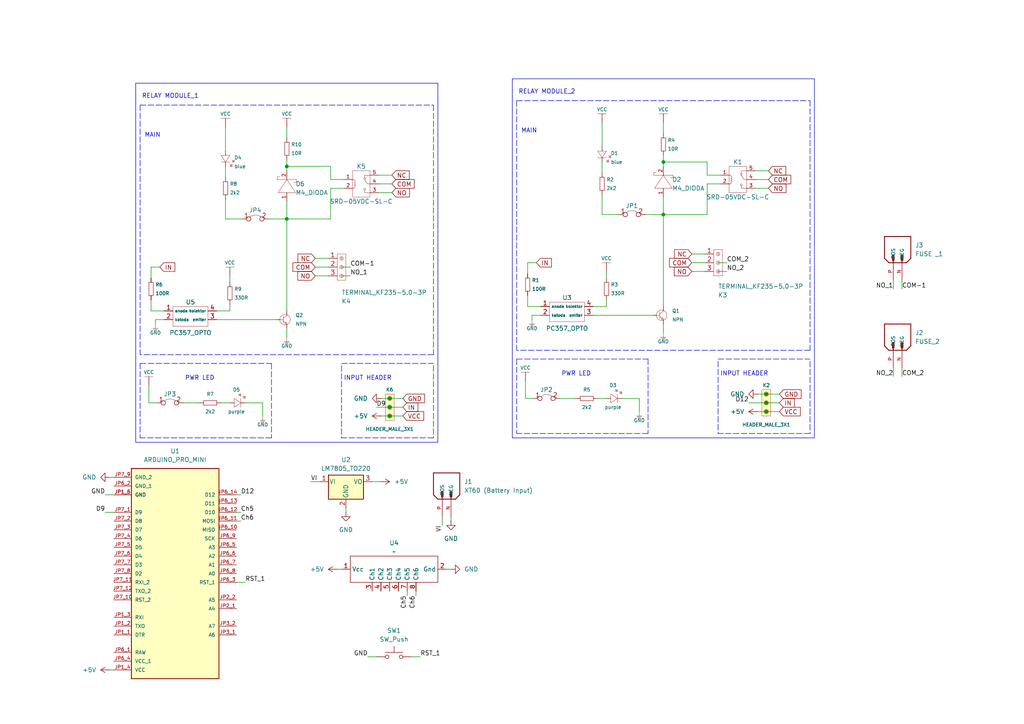
<source format=kicad_sch>
(kicad_sch (version 20250114) (generator "eeschema") (generator_version "9.0")
  (paper "A4")
  (title_block (title "final_Schematic_(IGS)") (date "2025-06-23") (rev "v1"))
  (lib_symbols
    (symbol "6ch_receiver:Gen_6ch_Receiver"
      (property "Reference" "U" (at 0 16.002 0))
      (symbol "Gen_6ch_Receiver_0_1"
        (rectangle (start -3.81 12.7) (end 3.81 -12.7))
        (rectangle (start 0 8.89) (end 0 8.89))
      )
      (symbol "Gen_6ch_Receiver_1_1"
        (pin power_in line (at 0 15.24 270) (length 2.54) (name "Gnd") (number "2"))
        (pin power_in line (at 0 -15.24 90) (length 2.54) (name "Vcc") (number "1"))
        (pin output line (at 6.35 6.35 180) (length 2.54) (name "Ch6") (number "8"))
        (pin output line (at 6.35 3.81 180) (length 2.54) (name "Ch5") (number "7"))
        (pin output line (at 6.35 1.27 180) (length 2.54) (name "Ch4") (number "6"))
        (pin output line (at 6.35 -1.27 180) (length 2.54) (name "Ch3") (number "5"))
        (pin output line (at 6.35 -3.81 180) (length 2.54) (name "Ch2") (number "4"))
        (pin output line (at 6.35 -6.35 180) (length 2.54) (name "Ch1") (number "3"))
      )
    )
    (symbol "ARDUINO_PRO_MINI:ARDUINO_PRO_MINI" (pin_names (offset 1.016))
      (property "Reference" "U1" (at 0 -35.56 0))
      (property "Value" "ARDUINO_PRO_MINI" (at 0 -33.02 0))
      (symbol "ARDUINO_PRO_MINI_0_0"
        (rectangle (start -12.7 -30.48) (end 12.7 30.48) (stroke (width 0.254)) (fill (type background)))
        (pin input line (at -17.78 17.78 0) (length 5.08) (name "A6") (number "JP3_1"))
        (pin input line (at -17.78 15.24 0) (length 5.08) (name "A7") (number "JP3_2"))
        (pin bidirectional line (at -17.78 10.16 0) (length 5.08) (name "A4") (number "JP2_1"))
        (pin bidirectional line (at -17.78 7.62 0) (length 5.08) (name "A5") (number "JP2_2"))
        (pin input line (at -17.78 2.54 0) (length 5.08) (name "RST_1") (number "JP6_3"))
        (pin bidirectional line (at -17.78 0 0) (length 5.08) (name "A0") (number "JP6_8"))
        (pin bidirectional line (at -17.78 -2.54 0) (length 5.08) (name "A1") (number "JP6_7"))
        (pin bidirectional line (at -17.78 -5.08 0) (length 5.08) (name "A2") (number "JP6_6"))
        (pin bidirectional line (at -17.78 -7.62 0) (length 5.08) (name "A3") (number "JP6_5"))
        (pin bidirectional line (at -17.78 -10.16 0) (length 5.08) (name "SCK") (number "JP6_9"))
        (pin bidirectional line (at -17.78 -12.7 0) (length 5.08) (name "MISO") (number "JP6_10"))
        (pin bidirectional line (at -17.78 -15.24 0) (length 5.08) (name "MOSI") (number "JP6_11"))
        (pin bidirectional line (at -17.78 -17.78 0) (length 5.08) (name "D10") (number "JP6_12"))
        (pin power_in line (at 17.78 27.94 180) (length 5.08) (name "VCC") (number "JP1_4"))
        (pin power_in line (at 17.78 25.4 180) (length 5.08) (name "VCC_1") (number "JP6_4"))
        (pin power_in line (at 17.78 22.86 180) (length 5.08) (name "RAW") (number "JP6_1"))
        (pin input line (at 17.78 17.78 180) (length 5.08) (name "DTR") (number "JP1_1"))
        (pin bidirectional line (at 17.78 15.24 180) (length 5.08) (name "TXO") (number "JP1_2"))
        (pin bidirectional line (at 17.78 12.7 180) (length 5.08) (name "RXI") (number "JP1_3"))
        (pin input line (at 17.78 7.62 180) (length 5.08) (name "RST_2") (number "JP7_10"))
        (pin bidirectional line (at 17.78 5.08 180) (length 5.08) (name "TXO_2") (number "JP7_12"))
        (pin bidirectional line (at 17.78 2.54 180) (length 5.08) (name "RXI_2") (number "JP7_11"))
        (pin bidirectional line (at 17.78 0 180) (length 5.08) (name "D2") (number "JP7_8"))
        (pin bidirectional line (at 17.78 -2.54 180) (length 5.08) (name "D3") (number "JP7_7"))
        (pin bidirectional line (at 17.78 -5.08 180) (length 5.08) (name "D4") (number "JP7_6"))
        (pin bidirectional line (at 17.78 -7.62 180) (length 5.08) (name "D5") (number "JP7_5"))
        (pin bidirectional line (at 17.78 -10.16 180) (length 5.08) (name "D6") (number "JP7_4"))
        (pin bidirectional line (at 17.78 -12.7 180) (length 5.08) (name "D7") (number "JP7_3"))
        (pin bidirectional line (at 17.78 -15.24 180) (length 5.08) (name "D8") (number "JP7_2"))
        (pin bidirectional line (at 17.78 -17.78 180) (length 5.08) (name "D9") (number "JP7_1"))
        (pin power_in line (at 17.78 -22.86 180) (length 5.08) (name "GND") (number "JP1_5"))
        (pin power_in line (at 17.78 -22.86 180) (length 5.08) (name "GND") (number "JP1_6"))
        (pin power_in line (at 17.78 -25.4 180) (length 5.08) (name "GND_1") (number "JP6_2"))
        (pin power_in line (at 17.78 -27.94 180) (length 5.08) (name "GND_2") (number "JP7_9"))
      )
      (symbol "ARDUINO_PRO_MINI_1_0"
        (pin bidirectional line (at -17.78 -20.32 0) (length 5.08) (name "D11") (number "JP6_13"))
        (pin bidirectional line (at -17.78 -22.86 0) (length 5.08) (name "D12") (number "JP6_14"))
      )
    )
    (symbol "Regulator_Linear:LM7805_TO220" (pin_names (offset 0.254))
      (property "Reference" "U" (at -3.81 3.175 0))
      (property "Value" "LM7805_TO220" (at 0 3.175 0))
      (symbol "LM7805_TO220_0_1"
        (rectangle (start -5.08 1.905) (end 5.08 -5.08) (stroke (width 0.254)) (fill (type background)))
      )
      (symbol "LM7805_TO220_1_1"
        (pin power_in line (at -7.62 0 0) (length 2.54) (name "VI") (number "1"))
        (pin power_in line (at 0 -7.62 90) (length 2.54) (name "GND") (number "2"))
        (pin power_out line (at 7.62 0 180) (length 2.54) (name "VO") (number "3"))
      )
    )
    (symbol "Switch:SW_Push" (pin_numbers (hide yes)) (pin_names (offset 1.016) (hide yes))
      (property "Reference" "SW" (at 1.27 2.54 0))
      (property "Value" "SW_Push" (at 0 -1.524 0))
      (symbol "SW_Push_0_1"
        (circle (center -2.032 0) (radius 0.508))
        (polyline (pts (xy 0 1.27) (xy 0 3.048)))
        (circle (center 2.032 0) (radius 0.508))
        (polyline (pts (xy 2.54 1.27) (xy -2.54 1.27)))
        (pin passive line (at -5.08 0 0) (length 2.54) (name "1") (number "1"))
        (pin passive line (at 5.08 0 180) (length 2.54) (name "2") (number "2"))
      )
    )
    (symbol "XT60-M:XT60-M" (pin_names (offset 1.016))
      (property "Reference" "J" (at 0 6.35 0))
      (property "Value" "XT60-M" (at 0 -5.08 0))
      (symbol "XT60-M_0_0"
        (polyline (pts (xy 0 3.81) (xy 0 2.54)) (stroke (width 0.254)))
        (polyline (pts (xy 0 3.81) (xy 1.27 5.08)) (stroke (width 0.254)))
        (polyline (pts (xy 0 2.54) (xy 0 -1.27)) (stroke (width 0.254)))
        (polyline (pts (xy 0 2.54) (xy 1.905 2.54)) (stroke (width 0.254)))
        (polyline (pts (xy 0 0) (xy 1.905 0)) (stroke (width 0.254)))
        (polyline (pts (xy 0 -1.27) (xy 1.27 -2.54)) (stroke (width 0.254)))
        (rectangle (start 0.635 2.2225) (end 2.2225 2.8575) (stroke (width 0.1)) (fill (type outline)))
        (rectangle (start 0.635 -0.3175) (end 2.2225 0.3175) (stroke (width 0.1)) (fill (type outline)))
        (polyline (pts (xy 1.27 -2.54) (xy 7.62 -2.54)) (stroke (width 0.254)))
        (polyline (pts (xy 7.62 5.08) (xy 1.27 5.08)) (stroke (width 0.254)))
        (polyline (pts (xy 7.62 -2.54) (xy 7.62 5.08)) (stroke (width 0.254)))
        (pin passive line (at -5.08 2.54 0) (length 5.08) (name "POS") (number "P"))
        (pin passive line (at -5.08 0 0) (length 5.08) (name "NEG") (number "N"))
      )
    )
    (symbol "e-radionica.com schematics:0402LED" (pin_numbers (hide yes)) (pin_names (offset 0.254) (hide yes))
      (property "Reference" "D" (at -0.635 2.54 0))
      (property "Value" "0402LED" (at 0 -2.54 0))
      (symbol "0402LED_0_1"
        (polyline (pts (xy -0.635 1.27) (xy 1.27 0)) (stroke (width 0.0006)))
        (polyline (pts (xy -0.635 1.27) (xy -0.635 -1.27) (xy 1.27 0)) (stroke (width 0.0006)))
        (polyline (pts (xy 0.635 1.905) (xy 1.27 2.54)) (stroke (width 0.0006)))
        (polyline (pts (xy 1.27 2.54) (xy 0.635 2.54) (xy 1.27 1.905) (xy 1.27 2.54)) (stroke (width 0.0006)))
        (polyline (pts (xy 1.27 1.27) (xy 1.27 -1.27)) (stroke (width 0.0006)))
        (polyline (pts (xy 1.905 1.27) (xy 2.54 1.905)) (stroke (width 0.0006)))
        (polyline (pts (xy 2.54 1.905) (xy 1.905 1.905) (xy 2.54 1.27) (xy 2.54 1.905)) (stroke (width 0.0006)))
      )
      (symbol "0402LED_1_1"
        (pin passive line (at -1.905 0 0) (length 1.27) (name "A") (number "1"))
        (pin passive line (at 2.54 0 180) (length 1.27) (name "K") (number "2"))
      )
    )
    (symbol "e-radionica.com schematics:0402R" (pin_numbers (hide yes)) (pin_names (offset 0.254))
      (property "Reference" "R" (at -1.905 1.27 0))
      (property "Value" "0402R" (at 0 -1.27 0))
      (symbol "0402R_0_1"
        (rectangle (start -1.905 0.635) (end -1.8796 -0.635) (stroke (width 0.1)))
        (rectangle (start -1.905 0.635) (end 1.905 0.6096) (stroke (width 0.1)))
        (rectangle (start -1.905 -0.635) (end 1.905 -0.6604) (stroke (width 0.1)))
        (rectangle (start 1.905 0.635) (end 1.9304 -0.635) (stroke (width 0.1)))
      )
      (symbol "0402R_1_1"
        (pin passive line (at -3.175 0 0) (length 1.27) (name "~") (number "1"))
        (pin passive line (at 3.175 0 180) (length 1.27) (name "~") (number "2"))
      )
    )
    (symbol "e-radionica.com schematics:0603R" (pin_numbers (hide yes)) (pin_names (offset 0.254))
      (property "Reference" "R" (at -1.905 1.905 0))
      (property "Value" "0603R" (at 0 -1.905 0))
      (symbol "0603R_0_1"
        (rectangle (start -1.905 0.635) (end -1.8796 -0.635) (stroke (width 0.1)))
        (rectangle (start -1.905 0.635) (end 1.905 0.6096) (stroke (width 0.1)))
        (rectangle (start -1.905 -0.635) (end 1.905 -0.6604) (stroke (width 0.1)))
        (rectangle (start 1.905 0.635) (end 1.9304 -0.635) (stroke (width 0.1)))
      )
      (symbol "0603R_1_1"
        (pin passive line (at -3.175 0 0) (length 1.27) (name "~") (number "1"))
        (pin passive line (at 3.175 0 180) (length 1.27) (name "~") (number "2"))
      )
    )
    (symbol "e-radionica.com schematics:GND" (power) (pin_names (offset 0))
      (property "Value" "GND" (at 0 -2.921 0))
      (symbol "GND_0_1"
        (polyline (pts (xy -0.762 -1.27) (xy 0.762 -1.27)) (stroke (width 0.0006)))
        (polyline (pts (xy -0.635 -1.524) (xy 0.635 -1.524)) (stroke (width 0.0006)))
        (polyline (pts (xy -0.381 -1.778) (xy 0.381 -1.778)) (stroke (width 0.0006)))
        (polyline (pts (xy -0.127 -2.032) (xy 0.127 -2.032)) (stroke (width 0.0006)))
        (polyline (pts (xy 0 0) (xy 0 -1.27)) (stroke (width 0.0006)))
      )
      (symbol "GND_1_1"
        (pin power_in line (at 0 0 270) (length 0) (hide yes) (name "GND") (number "1"))
      )
    )
    (symbol "e-radionica.com schematics:HEADER_MALE_3X1" (pin_numbers (hide yes)) (pin_names (hide yes))
      (property "Reference" "K" (at -0.635 5.08 0))
      (property "Value" "HEADER_MALE_3X1" (at 0 -5.08 0))
      (symbol "HEADER_MALE_3X1_0_1"
        (circle (center 0 2.54) (radius 0.635) (stroke (width 0.0006)))
        (circle (center 0 0) (radius 0.635) (stroke (width 0.0006)))
        (circle (center 0 -2.54) (radius 0.635) (stroke (width 0.0006)))
        (rectangle (start 1.27 -3.81) (end -1.27 3.81) (stroke (width 0.001)) (fill (type background)))
      )
      (symbol "HEADER_MALE_3X1_1_1"
        (pin passive line (at 0 2.54 180) (length 0) (name "~") (number "3"))
        (pin passive line (at 0 0 180) (length 0) (name "~") (number "2"))
        (pin passive line (at 0 -2.54 180) (length 0) (name "~") (number "1"))
      )
    )
    (symbol "e-radionica.com schematics:M4_DIODA" (pin_names (hide yes))
      (property "Reference" "D" (at 0 3.81 0))
      (property "Value" "M4_DIODA" (at 0 -4.572 0))
      (symbol "M4_DIODA_0_1"
        (polyline (pts (xy -2.54 2.54) (xy -2.54 -2.54) (xy 1.27 0) (xy -2.54 2.54)) (stroke (width 0.0006)))
        (polyline (pts (xy 1.27 2.794) (xy 1.27 -2.794) (xy 0.508 -2.794) (xy 0.508 -2.032)) (stroke (width 0.0006)))
        (polyline (pts (xy 1.27 2.794) (xy 2.032 2.794) (xy 2.032 2.032) (xy 2.032 2.54)) (stroke (width 0.0006)))
      )
      (symbol "M4_DIODA_1_1"
        (pin passive line (at -5.08 0 0) (length 2.54) (name "A") (number "1"))
        (pin passive line (at 3.81 0 180) (length 2.54) (name "K") (number "2"))
      )
    )
    (symbol "e-radionica.com schematics:NPN-SOT-23-3" (pin_numbers (hide yes)) (pin_names (hide yes))
      (property "Reference" "Q" (at -2.286 2.921 0))
      (property "Value" "NPN-SOT-23-3" (at 0 -3.81 0))
      (symbol "NPN-SOT-23-3_0_1"
        (polyline (pts (xy -2.032 0) (xy -1.016 0)) (stroke (width 0.0006)))
        (polyline (pts (xy -1.016 1.016) (xy -1.016 -1.016)) (stroke (width 0.0006)))
        (polyline (pts (xy -1.016 0.381) (xy 0 1.27)) (stroke (width 0.0006)))
        (polyline (pts (xy -1.016 -0.381) (xy -0.4064 -0.9144)) (stroke (width 0.1)))
        (polyline (pts (xy -0.6096 -1.1684) (xy -0.2032 -0.6604) (xy 0 -1.27) (xy -0.6096 -1.1684)) (stroke (width 0.0006)))
        (circle (center -0.508 0) (radius 1.524) (stroke (width 0.0006)))
      )
      (symbol "NPN-SOT-23-3_1_1"
        (pin passive line (at -3.175 0 0) (length 1.27) (name "B") (number "1"))
        (pin passive line (at 0 2.54 270) (length 1.27) (name "C") (number "3"))
        (pin passive line (at 0 -2.54 90) (length 1.27) (name "E") (number "2"))
      )
    )
    (symbol "e-radionica.com schematics:PC357_OPTO"
      (property "Reference" "U" (at 0 5.08 0))
      (property "Value" "PC357_OPTO" (at 0 -5.08 0))
      (symbol "PC357_OPTO_0_1"
        (rectangle (start -5.08 2.54) (end 5.08 -3.175) (stroke (width 0.0006)))
      )
      (symbol "PC357_OPTO_1_1"
        (pin passive line (at -7.62 1.27 0) (length 2.54) (name "anoda") (number "1"))
        (pin passive line (at -7.62 -1.27 0) (length 2.54) (name "katoda") (number "2"))
        (pin passive line (at 7.62 1.27 180) (length 2.54) (name "kolektor") (number "4"))
        (pin passive line (at 7.62 -1.27 180) (length 2.54) (name "emiter") (number "3"))
      )
    )
    (symbol "e-radionica.com schematics:SMD-JUMPER-CONNECTED_TRACE_SLODERMASK"
      (property "Reference" "JP" (at 0 3.556 0))
      (property "Value" "SMD-JUMPER-CONNECTED_TRACE_SLODERMASK" (at 0 -2.54 0))
      (symbol "SMD-JUMPER-CONNECTED_TRACE_SLODERMASK_0_1"
        (arc (start -1.8034 0.5588) (mid -0.2077 1.1365) (end 1.397 0.5842) (stroke (width 0.0006)))
      )
      (symbol "SMD-JUMPER-CONNECTED_TRACE_SLODERMASK_1_1"
        (pin passive inverted (at -4.064 0 0) (length 2.54) (name "") (number "1"))
        (pin passive inverted (at 3.556 0 180) (length 2.54) (name "") (number "2"))
      )
    )
    (symbol "e-radionica.com schematics:SRD_RELAY_5V"
      (property "Reference" "K" (at 0 3.81 0))
      (property "Value" "SRD_RELAY_5V" (at 0 -6.35 0))
      (symbol "SRD_RELAY_5V_0_1"
        (polyline (pts (xy -2.54 1.27) (xy -2.032 1.27) (xy -2.032 1.016)) (stroke (width 0.0006)))
        (polyline (pts (xy -2.54 -1.27) (xy -2.032 -1.27) (xy -2.032 -1.016)) (stroke (width 0.0006)))
        (arc (start -1.9929 0.9525) (mid -1.7121 0.635) (end -1.9929 0.3175) (stroke (width 0.0006)))
        (arc (start -1.9929 0.3175) (mid -1.7121 0) (end -1.9929 -0.3175) (stroke (width 0.0006)))
        (arc (start -1.9929 -0.3175) (mid -1.7121 -0.635) (end -1.9929 -0.9525) (stroke (width 0.0006)))
        (circle (center 1.016 1.524) (radius 0.254) (stroke (width 0.0006)))
        (circle (center 1.016 -1.524) (radius 0.254) (stroke (width 0.0008)))
        (rectangle (start 2.54 3.81) (end -2.54 -3.81) (stroke (width 0.0006)))
        (polyline (pts (xy 2.54 2.54) (xy 1.016 2.54) (xy 1.016 1.778)) (stroke (width 0.0006)))
        (polyline (pts (xy 2.54 0) (xy 1.778 0) (xy 1.016 1.27)) (stroke (width 0.0006)))
        (polyline (pts (xy 2.54 -2.54) (xy 2.032 -2.54) (xy 1.016 -2.54) (xy 1.016 -1.778)) (stroke (width 0.0006)))
      )
      (symbol "SRD_RELAY_5V_1_1"
        (pin passive line (at -5.08 1.27 0) (length 2.54) (name "") (number "1"))
        (pin passive line (at -5.08 -1.27 0) (length 2.54) (name "") (number "2"))
        (pin passive line (at 5.08 2.54 180) (length 2.54) (name "") (number "5"))
        (pin passive line (at 5.08 0 180) (length 2.54) (name "") (number "4"))
        (pin passive line (at 5.08 -2.54 180) (length 2.54) (name "") (number "3"))
      )
    )
    (symbol "e-radionica.com schematics:TERMINAL_KF235-5.0-3P"
      (property "Reference" "K" (at 0 5.08 0))
      (property "Value" "TERMINAL_KF235-5.0-3P" (at 0 -5.08 0))
      (symbol "TERMINAL_KF235-5.0-3P_0_1"
        (rectangle (start -1.27 3.81) (end 1.27 -3.81) (stroke (width 0.0006)))
        (polyline (pts (xy -0.254 2.54) (xy 0.254 2.54)) (stroke (width 0.0006)))
        (polyline (pts (xy -0.254 0) (xy 0.254 0)) (stroke (width 0.0006)))
        (polyline (pts (xy -0.254 -2.54) (xy 0.254 -2.54)) (stroke (width 0.0006)))
        (polyline (pts (xy 0 3.048) (xy 0 2.032)) (stroke (width 0.0006)))
        (circle (center 0 2.54) (radius 0.508) (stroke (width 0.0006)))
        (polyline (pts (xy 0 0.508) (xy 0 -0.508)) (stroke (width 0.0006)))
        (circle (center 0 0) (radius 0.508) (stroke (width 0.0006)))
        (polyline (pts (xy 0 -2.032) (xy 0 -3.048)) (stroke (width 0.0006)))
        (circle (center 0 -2.54) (radius 0.508) (stroke (width 0.0006)))
      )
      (symbol "TERMINAL_KF235-5.0-3P_1_1"
        (pin input line (at -3.81 2.54 0) (length 2.54) (name "~") (number "1"))
        (pin input line (at -3.81 0 0) (length 2.54) (name "~") (number "2"))
        (pin input line (at -3.81 -2.54 0) (length 2.54) (name "~") (number "3"))
      )
    )
    (symbol "e-radionica.com schematics:VCC" (power) (pin_names (offset 0))
      (property "Value" "VCC" (at 0 3.556 0))
      (symbol "VCC_0_1"
        (polyline (pts (xy -1.27 2.54) (xy 1.27 2.54)) (stroke (width 0.0006)))
        (polyline (pts (xy 0 0) (xy 0 2.54)))
      )
      (symbol "VCC_1_1"
        (pin power_in line (at 0 0 90) (length 0) (hide yes) (name "VCC") (number "1"))
      )
    )
    (symbol "power:+5V" (power) (pin_numbers (hide yes)) (pin_names (offset 0) (hide yes))
      (property "Value" "+5V" (at 0 3.556 0))
      (symbol "+5V_0_1"
        (polyline (pts (xy -0.762 1.27) (xy 0 2.54)))
        (polyline (pts (xy 0 2.54) (xy 0.762 1.27)))
        (polyline (pts (xy 0 0) (xy 0 2.54)))
      )
      (symbol "+5V_1_1"
        (pin power_in line (at 0 0 90) (length 0) (name "~") (number "1"))
      )
    )
    (symbol "power:GND" (power) (pin_numbers (hide yes)) (pin_names (offset 0) (hide yes))
      (property "Value" "GND" (at 0 -3.81 0))
      (symbol "GND_0_1"
        (polyline (pts (xy 0 0) (xy 0 -1.27) (xy 1.27 -1.27) (xy 0 -2.54) (xy -1.27 -1.27) (xy 0 -1.27)))
      )
      (symbol "GND_1_1"
        (pin power_in line (at 0 0 270) (length 0) (name "~") (number "1"))
      )
    )
  )
  (rectangle (start 39.37 24.13) (end 127 128.27))
  (rectangle (start 148.59 22.86) (end 236.22 127))
  (text "PWR LED" (at 171.45 109.22 0) (effects (font (size 1.27 1.27)) (justify right bottom)))
  (text "RELAY MODULE_1" (at 41.148 28.702 0) (effects (font (size 1.27 1.27)) (justify left bottom)))
  (text "INPUT HEADER" (at 99.695 110.49 0) (effects (font (size 1.27 1.27)) (justify left bottom)))
  (text "INPUT HEADER" (at 208.915 109.22 0) (effects (font (size 1.27 1.27)) (justify left bottom)))
  (text "PWR LED" (at 62.23 110.49 0) (effects (font (size 1.27 1.27)) (justify right bottom)))
  (text "RELAY MODULE_2" (at 150.368 27.432 0) (effects (font (size 1.27 1.27)) (justify left bottom)))
  (text "MAIN\n" (at 41.91 40.005 0) (effects (font (size 1.27 1.27)) (justify left bottom)))
  (text "MAIN\n" (at 151.13 38.735 0) (effects (font (size 1.27 1.27)) (justify left bottom)))
  (junction (at 192.405 62.23) (diameter 0.9144))
  (junction (at 222.25 116.84))
  (junction (at 113.03 120.65))
  (junction (at 192.405 46.99) (diameter 0.9144))
  (junction (at 83.185 48.26) (diameter 0.9144))
  (junction (at 222.25 119.38))
  (junction (at 83.185 63.5) (diameter 0.9144))
  (junction (at 222.25 114.3))
  (junction (at 113.03 115.57))
  (junction (at 113.03 118.11))
  (wire (pts (xy 192.405 93.98) (xy 192.405 96.52)))
  (wire (pts (xy 261.62 106.68) (xy 261.62 109.22)))
  (wire (pts (xy 68.58 151.13) (xy 69.85 151.13)))
  (wire (pts (xy 128.27 149.86) (xy 128.27 152.4)))
  (wire (pts (xy 109.22 118.11) (xy 113.03 118.11)))
  (wire (pts (xy 172.085 88.9) (xy 175.895 88.9)))
  (wire (pts (xy 99.06 80.01) (xy 101.6 80.01)))
  (wire (pts (xy 192.405 46.99) (xy 192.405 48.26)))
  (polyline (pts (xy 234.95 101.6) (xy 149.86 101.6)) (stroke (width 0) (type dash)))
  (polyline (pts (xy 149.86 104.14) (xy 187.96 104.14)) (stroke (width 0) (type dash)))
  (wire (pts (xy 83.185 48.26) (xy 83.185 49.53)))
  (wire (pts (xy 91.44 80.01) (xy 95.25 80.01)))
  (wire (pts (xy 259.08 81.28) (xy 259.08 83.82)))
  (wire (pts (xy 43.18 116.84) (xy 43.18 111.76)))
  (wire (pts (xy 91.44 74.93) (xy 95.25 74.93)))
  (wire (pts (xy 180.34 115.57) (xy 185.42 115.57)))
  (polyline (pts (xy 234.95 125.73) (xy 208.28 125.73)) (stroke (width 0) (type dash)))
  (wire (pts (xy 71.12 116.84) (xy 76.2 116.84)))
  (wire (pts (xy 43.815 90.17) (xy 43.815 86.995)))
  (polyline (pts (xy 40.64 30.48) (xy 40.64 102.87)) (stroke (width 0) (type dash)))
  (wire (pts (xy 219.71 114.3) (xy 222.25 114.3)))
  (wire (pts (xy 65.405 57.785) (xy 65.405 63.5)))
  (wire (pts (xy 154.686 115.57) (xy 152.4 115.57)))
  (wire (pts (xy 113.03 118.11) (xy 116.84 118.11)))
  (wire (pts (xy 187.071 62.23) (xy 192.405 62.23)))
  (wire (pts (xy 109.855 55.88) (xy 113.665 55.88)))
  (wire (pts (xy 175.895 78.74) (xy 175.895 80.645)))
  (polyline (pts (xy 125.73 106.045) (xy 125.73 127)) (stroke (width 0) (type dash)))
  (polyline (pts (xy 149.86 29.21) (xy 234.95 29.21)) (stroke (width 0) (type dash)))
  (wire (pts (xy 200.66 78.74) (xy 204.47 78.74)))
  (wire (pts (xy 205.105 50.8) (xy 205.105 46.99)))
  (polyline (pts (xy 187.96 104.14) (xy 187.96 125.73)) (stroke (width 0) (type dash)))
  (wire (pts (xy 205.105 53.34) (xy 205.105 62.23)))
  (wire (pts (xy 30.48 143.51) (xy 33.02 143.51)))
  (wire (pts (xy 129.54 165.1) (xy 130.81 165.1)))
  (wire (pts (xy 99.695 52.07) (xy 95.885 52.07)))
  (wire (pts (xy 109.855 50.8) (xy 113.665 50.8)))
  (polyline (pts (xy 40.64 105.41) (xy 40.64 127)) (stroke (width 0) (type dash)))
  (polyline (pts (xy 208.28 104.775) (xy 208.28 125.73)) (stroke (width 0) (type dash)))
  (wire (pts (xy 261.62 81.28) (xy 261.62 83.82)))
  (polyline (pts (xy 99.06 105.41) (xy 125.73 105.41)) (stroke (width 0) (type dash)))
  (wire (pts (xy 222.25 119.38) (xy 226.06 119.38)))
  (wire (pts (xy 172.085 91.44) (xy 189.23 91.44)))
  (wire (pts (xy 68.58 143.51) (xy 69.85 143.51)))
  (polyline (pts (xy 78.74 127) (xy 40.64 127)) (stroke (width 0) (type dash)))
  (wire (pts (xy 95.885 52.07) (xy 95.885 48.26)))
  (wire (pts (xy 192.405 35.56) (xy 192.405 38.735)))
  (wire (pts (xy 174.625 62.23) (xy 179.451 62.23)))
  (wire (pts (xy 174.625 35.56) (xy 174.625 42.545)))
  (polyline (pts (xy 234.95 29.21) (xy 234.95 101.6)) (stroke (width 0) (type dash)))
  (wire (pts (xy 83.185 95.25) (xy 83.185 97.79)))
  (wire (pts (xy 30.48 148.59) (xy 33.02 148.59)))
  (wire (pts (xy 31.75 138.43) (xy 33.02 138.43)))
  (wire (pts (xy 208.28 78.74) (xy 210.82 78.74)))
  (wire (pts (xy 219.075 49.53) (xy 222.885 49.53)))
  (wire (pts (xy 222.25 116.84) (xy 226.06 116.84)))
  (wire (pts (xy 109.855 53.34) (xy 113.665 53.34)))
  (wire (pts (xy 200.66 76.2) (xy 204.47 76.2)))
  (wire (pts (xy 120.65 171.45) (xy 120.65 172.72)))
  (polyline (pts (xy 125.73 102.87) (xy 40.64 102.87)) (stroke (width 0) (type dash)))
  (wire (pts (xy 83.185 48.26) (xy 95.885 48.26)))
  (polyline (pts (xy 149.86 104.14) (xy 149.86 125.73)) (stroke (width 0) (type dash)))
  (wire (pts (xy 192.405 46.99) (xy 205.105 46.99)))
  (wire (pts (xy 47.625 90.17) (xy 43.815 90.17)))
  (wire (pts (xy 45.466 116.84) (xy 43.18 116.84)))
  (polyline (pts (xy 125.73 127) (xy 99.06 127)) (stroke (width 0) (type dash)))
  (wire (pts (xy 97.79 165.1) (xy 99.06 165.1)))
  (wire (pts (xy 208.915 50.8) (xy 205.105 50.8)))
  (wire (pts (xy 106.68 190.5) (xy 109.22 190.5)))
  (polyline (pts (xy 125.73 30.48) (xy 125.73 102.87)) (stroke (width 0) (type dash)))
  (wire (pts (xy 113.03 120.65) (xy 116.84 120.65)))
  (wire (pts (xy 219.075 54.61) (xy 222.885 54.61)))
  (wire (pts (xy 208.915 53.34) (xy 205.105 53.34)))
  (wire (pts (xy 110.49 115.57) (xy 113.03 115.57)))
  (wire (pts (xy 156.845 91.44) (xy 154.305 91.44)))
  (wire (pts (xy 217.17 116.84) (xy 222.25 116.84)))
  (wire (pts (xy 192.405 62.23) (xy 192.405 88.9)))
  (wire (pts (xy 175.895 86.995) (xy 175.895 88.9)))
  (wire (pts (xy 162.306 115.57) (xy 167.005 115.57)))
  (wire (pts (xy 95.885 54.61) (xy 95.885 63.5)))
  (wire (pts (xy 83.185 63.5) (xy 95.885 63.5)))
  (polyline (pts (xy 208.28 104.14) (xy 234.95 104.14)) (stroke (width 0) (type dash)))
  (polyline (pts (xy 40.64 105.41) (xy 78.74 105.41)) (stroke (width 0) (type dash)))
  (wire (pts (xy 113.03 115.57) (xy 116.84 115.57)))
  (wire (pts (xy 65.405 48.26) (xy 65.405 51.435)))
  (wire (pts (xy 118.11 171.45) (xy 118.11 172.72)))
  (wire (pts (xy 107.95 139.7) (xy 110.49 139.7)))
  (wire (pts (xy 99.06 77.47) (xy 101.6 77.47)))
  (wire (pts (xy 219.075 52.07) (xy 222.885 52.07)))
  (wire (pts (xy 208.28 76.2) (xy 210.82 76.2)))
  (wire (pts (xy 153.035 88.9) (xy 153.035 85.725)))
  (wire (pts (xy 76.2 116.84) (xy 76.2 120.65)))
  (wire (pts (xy 68.58 148.59) (xy 69.85 148.59)))
  (wire (pts (xy 31.75 194.31) (xy 33.02 194.31)))
  (wire (pts (xy 47.625 92.71) (xy 45.085 92.71)))
  (wire (pts (xy 192.405 62.23) (xy 192.405 57.15)))
  (wire (pts (xy 153.035 76.2) (xy 155.575 76.2)))
  (wire (pts (xy 222.25 114.3) (xy 226.06 114.3)))
  (wire (pts (xy 65.405 36.83) (xy 65.405 43.815)))
  (wire (pts (xy 130.81 149.86) (xy 130.81 151.13)))
  (wire (pts (xy 173.355 115.57) (xy 175.895 115.57)))
  (wire (pts (xy 53.086 116.84) (xy 57.785 116.84)))
  (wire (pts (xy 65.405 63.5) (xy 70.231 63.5)))
  (polyline (pts (xy 187.96 125.73) (xy 149.86 125.73)) (stroke (width 0) (type dash)))
  (wire (pts (xy 83.185 46.355) (xy 83.185 48.26)))
  (polyline (pts (xy 234.95 104.775) (xy 234.95 125.73)) (stroke (width 0) (type dash)))
  (wire (pts (xy 185.42 115.57) (xy 185.42 119.38)))
  (wire (pts (xy 119.38 190.5) (xy 121.92 190.5)))
  (wire (pts (xy 77.851 63.5) (xy 83.185 63.5)))
  (wire (pts (xy 99.695 54.61) (xy 95.885 54.61)))
  (wire (pts (xy 45.085 92.71) (xy 45.085 93.98)))
  (wire (pts (xy 83.185 36.83) (xy 83.185 40.005)))
  (wire (pts (xy 154.305 91.44) (xy 154.305 92.71)))
  (polyline (pts (xy 149.86 29.21) (xy 149.86 101.6)) (stroke (width 0) (type dash)))
  (wire (pts (xy 192.405 45.085) (xy 192.405 46.99)))
  (wire (pts (xy 66.675 80.01) (xy 66.675 81.915)))
  (wire (pts (xy 174.625 56.515) (xy 174.625 62.23)))
  (wire (pts (xy 200.66 73.66) (xy 204.47 73.66)))
  (wire (pts (xy 43.815 77.47) (xy 46.355 77.47)))
  (wire (pts (xy 83.185 63.5) (xy 83.185 58.42)))
  (polyline (pts (xy 40.64 30.48) (xy 125.73 30.48)) (stroke (width 0) (type dash)))
  (wire (pts (xy 152.4 115.57) (xy 152.4 110.49)))
  (wire (pts (xy 83.185 63.5) (xy 83.185 90.17)))
  (wire (pts (xy 219.71 119.38) (xy 222.25 119.38)))
  (wire (pts (xy 174.625 46.99) (xy 174.625 50.165)))
  (wire (pts (xy 90.17 139.7) (xy 92.71 139.7)))
  (wire (pts (xy 110.49 120.65) (xy 113.03 120.65)))
  (wire (pts (xy 64.135 116.84) (xy 66.675 116.84)))
  (wire (pts (xy 259.08 106.68) (xy 259.08 109.22)))
  (polyline (pts (xy 78.74 105.41) (xy 78.74 127)) (stroke (width 0) (type dash)))
  (wire (pts (xy 91.44 77.47) (xy 95.25 77.47)))
  (wire (pts (xy 62.865 90.17) (xy 66.675 90.17)))
  (wire (pts (xy 62.865 92.71) (xy 80.01 92.71)))
  (polyline (pts (xy 99.06 106.045) (xy 99.06 127)) (stroke (width 0) (type dash)))
  (wire (pts (xy 100.33 147.32) (xy 100.33 148.59)))
  (wire (pts (xy 153.035 79.375) (xy 153.035 76.2)))
  (wire (pts (xy 192.405 62.23) (xy 205.105 62.23)))
  (wire (pts (xy 68.58 168.91) (xy 71.12 168.91)))
  (wire (pts (xy 43.815 80.645) (xy 43.815 77.47)))
  (wire (pts (xy 66.675 88.265) (xy 66.675 90.17)))
  (wire (pts (xy 156.845 88.9) (xy 153.035 88.9)))
  (label "COM_2" (at 261.62 109.22 0))
  (label "D9" (at 109.22 118.11 0))
  (label "D12" (at 69.85 143.51 0))
  (label "Ch6" (at 120.65 172.72 270))
  (label "COM_2" (at 210.82 76.2 0))
  (label "GND" (at 30.48 143.51 180))
  (label "NO_1" (at 101.6 80.01 0))
  (label "NO_1" (at 259.08 83.82 180))
  (label "Ch5" (at 118.11 172.72 270))
  (label "RST_1" (at 121.92 190.5 0))
  (label "VI" (at 90.17 139.7 0))
  (label "COM-1" (at 261.62 83.82 0))
  (label "D12" (at 217.17 116.84 180))
  (label "VI" (at 128.27 152.4 270))
  (label "Ch5" (at 69.85 148.59 0))
  (label "NO_2" (at 210.82 78.74 0))
  (label "Ch6" (at 69.85 151.13 0))
  (label "RST_1" (at 71.12 168.91 0))
  (label "GND" (at 106.68 190.5 180))
  (label "COM-1" (at 101.6 77.47 0))
  (label "NO_2" (at 259.08 109.22 180))
  (label "D9" (at 30.48 148.59 180))
  (global_label "COM" (shape input) (at 200.66 76.2 180) (property "Intersheetrefs" "${INTERSHEET_REFS}" (effects (hide yes))))
  (global_label "IN" (shape input) (at 116.84 118.11 0) (property "Intersheetrefs" "${INTERSHEET_REFS}" (effects (hide yes))))
  (global_label "NO" (shape input) (at 91.44 80.01 180) (property "Intersheetrefs" "${INTERSHEET_REFS}" (effects (hide yes))))
  (global_label "IN" (shape input) (at 155.575 76.2 0) (property "Intersheetrefs" "${INTERSHEET_REFS}" (effects (hide yes))))
  (global_label "COM" (shape input) (at 113.665 53.34 0) (property "Intersheetrefs" "${INTERSHEET_REFS}" (effects (hide yes))))
  (global_label "GND" (shape input) (at 226.06 114.3 0) (property "Intersheetrefs" "${INTERSHEET_REFS}" (effects (hide yes))))
  (global_label "NC" (shape input) (at 200.66 73.66 180) (property "Intersheetrefs" "${INTERSHEET_REFS}" (effects (hide yes))))
  (global_label "COM" (shape input) (at 222.885 52.07 0) (property "Intersheetrefs" "${INTERSHEET_REFS}" (effects (hide yes))))
  (global_label "NO" (shape input) (at 200.66 78.74 180) (property "Intersheetrefs" "${INTERSHEET_REFS}" (effects (hide yes))))
  (global_label "GND" (shape input) (at 116.84 115.57 0) (property "Intersheetrefs" "${INTERSHEET_REFS}" (effects (hide yes))))
  (global_label "IN" (shape input) (at 226.06 116.84 0) (property "Intersheetrefs" "${INTERSHEET_REFS}" (effects (hide yes))))
  (global_label "COM" (shape input) (at 91.44 77.47 180) (property "Intersheetrefs" "${INTERSHEET_REFS}" (effects (hide yes))))
  (global_label "NC" (shape input) (at 113.665 50.8 0) (property "Intersheetrefs" "${INTERSHEET_REFS}" (effects (hide yes))))
  (global_label "NO" (shape input) (at 222.885 54.61 0) (property "Intersheetrefs" "${INTERSHEET_REFS}" (effects (hide yes))))
  (global_label "NO" (shape input) (at 113.665 55.88 0) (property "Intersheetrefs" "${INTERSHEET_REFS}" (effects (hide yes))))
  (global_label "NC" (shape input) (at 91.44 74.93 180) (property "Intersheetrefs" "${INTERSHEET_REFS}" (effects (hide yes))))
  (global_label "VCC" (shape input) (at 226.06 119.38 0) (property "Intersheetrefs" "${INTERSHEET_REFS}" (effects (hide yes))))
  (global_label "NC" (shape input) (at 222.885 49.53 0) (property "Intersheetrefs" "${INTERSHEET_REFS}" (effects (hide yes))))
  (global_label "VCC" (shape input) (at 116.84 120.65 0) (property "Intersheetrefs" "${INTERSHEET_REFS}" (effects (hide yes))))
  (global_label "IN" (shape input) (at 46.355 77.47 0) (property "Intersheetrefs" "${INTERSHEET_REFS}" (effects (hide yes))))
  (symbol (lib_id "e-radionica.com schematics:NPN-SOT-23-3") (at 83.185 92.71 0) (unit 1)
    (property "Reference" "Q2" (at 85.725 91.44 0) (effects (font (size 1 1)) (justify left)))
    (property "Value" "NPN" (at 85.725 93.98 0) (effects (font (size 1 1)) (justify left)))
    (property "Footprint" "e-radionica.com footprinti:SOT-23-3" (effects (hide yes)))
  )
  (symbol (lib_id "power:GND") (at 219.71 114.3 270) (unit 1)
    (property "Reference" "#PWR021" (effects (hide yes)))
    (property "Value" "GND" (at 215.9 114.2999 90) (effects (justify right)))
    (property "Description" "Power symbol creates a global label with name \"GND\" , ground" (effects (hide yes)))
  )
  (symbol (lib_id "e-radionica.com schematics:VCC") (at 192.405 35.56 0) (unit 1)
    (property "Reference" "#PWR04" (effects (hide yes)))
    (property "Value" "VCC" (at 192.405 31.75 0) (effects (font (size 1 1))))
  )
  (symbol (lib_id "e-radionica.com schematics:GND") (at 154.305 92.71 0) (unit 1)
    (property "Reference" "#PWR01" (effects (hide yes)))
    (property "Value" "GND" (at 154.305 95.25 0) (effects (font (size 1 1))))
  )
  (symbol (lib_id "power:+5V") (at 219.71 119.38 90) (unit 1)
    (property "Reference" "#PWR023" (effects (hide yes)))
    (property "Value" "+5V" (at 215.9 119.3799 90) (effects (justify left)))
    (property "Description" "Power symbol creates a global label with name \"+5V\"" (effects (hide yes)))
  )
  (symbol (lib_id "e-radionica.com schematics:M4_DIODA") (at 83.185 53.34 90) (unit 1)
    (property "Reference" "D6" (at 85.725 53.34 90) (effects (justify right)))
    (property "Value" "M4_DIODA" (at 85.725 55.88 90) (effects (justify right)))
    (property "Footprint" "e-radionica.com footprinti:M4_DIODA" (effects (hide yes)))
  )
  (symbol (lib_id "XT60-M:XT60-M") (at 130.81 144.78 90) (unit 1)
    (property "Reference" "J1" (at 134.62 139.6999 90) (effects (justify right)))
    (property "Value" "XT60 (Battery Input)" (at 134.62 142.2399 90) (effects (justify right)))
    (property "Footprint" "XT60-M:AMASS_XT60-M" (effects (hide yes)))
    (property "MF" "AMASS" (effects (hide yes)))
    (property "MAXIMUM_PACKAGE_HEIGHT" "16.00 mm" (effects (hide yes)))
    (property "Package" "Package" (effects (hide yes)))
    (property "Price" "None" (effects (hide yes)))
    (property "Check_prices" "https://www.snapeda.com/parts/XT60-M/AMASS/view-part/?ref=eda" (effects (hide yes)))
    (property "STANDARD" "IPC 7351B" (effects (hide yes)))
    (property "PARTREV" "V1.2" (effects (hide yes)))
    (property "SnapEDA_Link" "https://www.snapeda.com/parts/XT60-M/AMASS/view-part/?ref=snap" (effects (hide yes)))
    (property "MP" "XT60-M" (effects (hide yes)))
    (property "Description_1" "Plug; DC supply; XT60; male; PIN: 2; for cable; soldered; 30A; 500V" (effects (hide yes)))
    (property "Availability" "Not in stock" (effects (hide yes)))
    (property "MANUFACTURER" "AMASS" (effects (hide yes)))
  )
  (symbol (lib_id "e-radionica.com schematics:PC357_OPTO") (at 55.245 91.44 0) (unit 1)
    (property "Reference" "U5" (at 55.245 87.63 0))
    (property "Value" "PC357_OPTO" (at 55.245 96.52 0))
    (property "Footprint" "e-radionica.com footprinti:PC357_OPTO" (effects (hide yes)))
  )
  (symbol (lib_id "e-radionica.com schematics:M4_DIODA") (at 192.405 52.07 90) (unit 1)
    (property "Reference" "D2" (at 194.945 52.07 90) (effects (justify right)))
    (property "Value" "M4_DIODA" (at 194.945 54.61 90) (effects (justify right)))
    (property "Footprint" "e-radionica.com footprinti:M4_DIODA" (effects (hide yes)))
  )
  (symbol (lib_id "e-radionica.com schematics:0402R") (at 174.625 53.34 90) (unit 1)
    (property "Reference" "R2" (at 175.895 52.07 90) (effects (font (size 1 1)) (justify right)))
    (property "Value" "2k2" (at 175.895 54.61 90) (effects (font (size 1 1)) (justify right)))
    (property "Footprint" "e-radionica.com footprinti:0402R" (effects (hide yes)))
  )
  (symbol (lib_id "e-radionica.com schematics:SMD-JUMPER-CONNECTED_TRACE_SLODERMASK") (at 49.53 116.84 0) (unit 1)
    (property "Reference" "JP3" (at 49.276 114.3 0))
    (property "Value" "SMD-JUMPER-CONNECTED_TRACE_SLODERMASK" (effects (hide yes)))
    (property "Footprint" "e-radionica.com footprinti:SMD-JUMPER-CONNECTED_TRACE_SLODERMASK" (effects (hide yes)))
  )
  (symbol (lib_id "power:GND") (at 130.81 165.1 90) (unit 1)
    (property "Reference" "#PWR019" (effects (hide yes)))
    (property "Value" "GND" (at 134.62 165.0999 90) (effects (justify right)))
    (property "Description" "Power symbol creates a global label with name \"GND\" , ground" (effects (hide yes)))
  )
  (symbol (lib_id "XT60-M:XT60-M") (at 261.62 76.2 90) (unit 1)
    (property "Reference" "J3" (at 265.43 71.1199 90) (effects (justify right)))
    (property "Value" "FUSE _1" (at 265.43 73.6599 90) (effects (justify right)))
    (property "Footprint" "XT60-M:AMASS_XT60-M" (effects (hide yes)))
    (property "MF" "AMASS" (effects (hide yes)))
    (property "MAXIMUM_PACKAGE_HEIGHT" "16.00 mm" (effects (hide yes)))
    (property "Package" "Package" (effects (hide yes)))
    (property "Price" "None" (effects (hide yes)))
    (property "Check_prices" "https://www.snapeda.com/parts/XT60-M/AMASS/view-part/?ref=eda" (effects (hide yes)))
    (property "STANDARD" "IPC 7351B" (effects (hide yes)))
    (property "PARTREV" "V1.2" (effects (hide yes)))
    (property "SnapEDA_Link" "https://www.snapeda.com/parts/XT60-M/AMASS/view-part/?ref=snap" (effects (hide yes)))
    (property "MP" "XT60-M" (effects (hide yes)))
    (property "Description_1" "Plug; DC supply; XT60; male; PIN: 2; for cable; soldered; 30A; 500V" (effects (hide yes)))
    (property "Availability" "Not in stock" (effects (hide yes)))
    (property "MANUFACTURER" "AMASS" (effects (hide yes)))
  )
  (symbol (lib_id "e-radionica.com schematics:0402LED") (at 174.625 44.45 270) (unit 1)
    (property "Reference" "D1" (at 177.165 44.45 90) (effects (font (size 1 1)) (justify left)))
    (property "Value" "blue" (at 177.165 46.99 90) (effects (font (size 1 1)) (justify left)))
    (property "Footprint" "e-radionica.com footprinti:0402LED" (effects (hide yes)))
    (property "Package" "0402" (effects (hide yes)))
  )
  (symbol (lib_id "e-radionica.com schematics:HEADER_MALE_3X1") (at 113.03 118.11 0) (unit 1)
    (property "Reference" "K6" (at 113.03 113.03 0) (effects (font (size 1 1))))
    (property "Value" "HEADER_MALE_3X1" (at 113.03 124.46 0) (effects (font (size 1 1))))
    (property "Footprint" "e-radionica.com footprinti:HEADER_MALE_3X1" (effects (hide yes)))
  )
  (symbol (lib_id "e-radionica.com schematics:PC357_OPTO") (at 164.465 90.17 0) (unit 1)
    (property "Reference" "U3" (at 164.465 86.36 0))
    (property "Value" "PC357_OPTO" (at 164.465 95.25 0))
    (property "Footprint" "e-radionica.com footprinti:PC357_OPTO" (effects (hide yes)))
  )
  (symbol (lib_id "e-radionica.com schematics:0603R") (at 66.675 85.09 90) (unit 1)
    (property "Reference" "R9" (at 67.945 83.82 90) (effects (font (size 1 1)) (justify right)))
    (property "Value" "330R" (at 67.945 86.36 90) (effects (font (size 1 1)) (justify right)))
    (property "Footprint" "e-radionica.com footprinti:0603R" (effects (hide yes)))
  )
  (symbol (lib_id "e-radionica.com schematics:GND") (at 76.2 120.65 0) (unit 1)
    (property "Reference" "#PWR010" (effects (hide yes)))
    (property "Value" "GND" (at 76.2 123.19 0) (effects (font (size 1 1))))
  )
  (symbol (lib_id "e-radionica.com schematics:0603R") (at 43.815 83.82 90) (unit 1)
    (property "Reference" "R6" (at 45.085 82.55 90) (effects (font (size 1 1)) (justify right)))
    (property "Value" "100R" (at 45.085 85.09 90) (effects (font (size 1 1)) (justify right)))
    (property "Footprint" "e-radionica.com footprinti:0603R" (effects (hide yes)))
  )
  (symbol (lib_id "e-radionica.com schematics:GND") (at 45.085 93.98 0) (unit 1)
    (property "Reference" "#PWR07" (effects (hide yes)))
    (property "Value" "GND" (at 45.085 96.52 0) (effects (font (size 1 1))))
  )
  (symbol (lib_id "e-radionica.com schematics:VCC") (at 66.675 80.01 0) (unit 1)
    (property "Reference" "#PWR09" (effects (hide yes)))
    (property "Value" "VCC" (at 66.675 76.2 0) (effects (font (size 1 1))))
  )
  (symbol (lib_id "power:GND") (at 110.49 115.57 270) (unit 1)
    (property "Reference" "#PWR020" (effects (hide yes)))
    (property "Value" "GND" (at 106.68 115.5699 90) (effects (justify right)))
    (property "Description" "Power symbol creates a global label with name \"GND\" , ground" (effects (hide yes)))
  )
  (symbol (lib_id "e-radionica.com schematics:VCC") (at 174.625 35.56 0) (unit 1)
    (property "Reference" "#PWR02" (effects (hide yes)))
    (property "Value" "VCC" (at 174.625 31.75 0) (effects (font (size 1 1))))
  )
  (symbol (lib_id "power:+5V") (at 97.79 165.1 90) (unit 1)
    (property "Reference" "#PWR018" (effects (hide yes)))
    (property "Value" "+5V" (at 93.98 165.0999 90) (effects (justify left)))
    (property "Description" "Power symbol creates a global label with name \"+5V\"" (effects (hide yes)))
  )
  (symbol (lib_id "6ch_receiver:Gen_6ch_Receiver") (at 114.3 165.1 270) (unit 1)
    (property "Reference" "U4" (at 114.3 157.48 90))
    (property "Value" "~" (at 114.3 160.02 90))
  )
  (symbol (lib_id "e-radionica.com schematics:VCC") (at 43.18 111.76 0) (unit 1)
    (property "Reference" "#PWR06" (effects (hide yes)))
    (property "Value" "VCC" (at 43.18 107.95 0) (effects (font (size 1 1))))
  )
  (symbol (lib_id "power:+5V") (at 110.49 139.7 270) (unit 1)
    (property "Reference" "#PWR015" (effects (hide yes)))
    (property "Value" "+5V" (at 114.3 139.6999 90) (effects (justify left)))
    (property "Description" "Power symbol creates a global label with name \"+5V\"" (effects (hide yes)))
  )
  (symbol (lib_id "e-radionica.com schematics:0603R") (at 153.035 82.55 90) (unit 1)
    (property "Reference" "R1" (at 154.305 81.28 90) (effects (font (size 1 1)) (justify right)))
    (property "Value" "100R" (at 154.305 83.82 90) (effects (font (size 1 1)) (justify right)))
    (property "Footprint" "e-radionica.com footprinti:0603R" (effects (hide yes)))
  )
  (symbol (lib_id "e-radionica.com schematics:SMD-JUMPER-CONNECTED_TRACE_SLODERMASK") (at 183.515 62.23 0) (unit 1)
    (property "Reference" "JP1" (at 183.261 59.69 0))
    (property "Value" "SMD-JUMPER-CONNECTED_TRACE_SLODERMASK" (effects (hide yes)))
    (property "Footprint" "e-radionica.com footprinti:SMD-JUMPER-CONNECTED_TRACE_SLODERMASK" (effects (hide yes)))
  )
  (symbol (lib_id "e-radionica.com schematics:0603R") (at 83.185 43.18 90) (unit 1)
    (property "Reference" "R10" (at 84.455 41.91 90) (effects (font (size 1 1)) (justify right)))
    (property "Value" "10R" (at 84.455 44.45 90) (effects (font (size 1 1)) (justify right)))
    (property "Footprint" "e-radionica.com footprinti:0603R" (effects (hide yes)))
  )
  (symbol (lib_id "ARDUINO_PRO_MINI:ARDUINO_PRO_MINI") (at 50.8 166.37 180) (unit 1)
    (property "Reference" "U1" (at 50.8 130.81 0))
    (property "Value" "ARDUINO_PRO_MINI" (at 50.8 133.35 0))
    (property "Footprint" "ARDUINO_PRO_MINI:MODULE_ARDUINO_PRO_MINI" (effects (hide yes)))
    (property "MF" "Arduino" (effects (hide yes)))
    (property "MAXIMUM_PACKAGE_HEIGHT" "N/A" (effects (hide yes)))
    (property "Package" "None" (effects (hide yes)))
    (property "Price" "None" (effects (hide yes)))
    (property "Check_prices" "https://www.snapeda.com/parts/Arduino%20Pro%20Mini/Arduino/view-part/?ref=eda" (effects (hide yes)))
    (property "STANDARD" "Manufacturer Recommendations" (effects (hide yes)))
    (property "PARTREV" "N/A" (effects (hide yes)))
    (property "SnapEDA_Link" "https://www.snapeda.com/parts/Arduino%20Pro%20Mini/Arduino/view-part/?ref=snap" (effects (hide yes)))
    (property "MP" "Arduino Pro Mini" (effects (hide yes)))
    (property "Description_1" "This board was developed for applications and installations where space is premium and projects are made as permanent set ups. Small, available in 3.3 V and 5 V versions, powered by ATmega328P." (effects (hide yes)))
    (property "Availability" "In Stock" (effects (hide yes)))
    (property "MANUFACTURER" "SparkFun Electronics" (effects (hide yes)))
  )
  (symbol (lib_id "power:GND") (at 100.33 148.59 0) (unit 1)
    (property "Reference" "#PWR013" (effects (hide yes)))
    (property "Value" "GND" (at 100.33 153.67 0))
    (property "Description" "Power symbol creates a global label with name \"GND\" , ground" (effects (hide yes)))
  )
  (symbol (lib_id "e-radionica.com schematics:0402LED") (at 177.8 115.57 0) (unit 1)
    (property "Reference" "D3" (at 177.8 111.76 0) (effects (font (size 1 1))))
    (property "Value" "purple" (at 177.8 118.11 0) (effects (font (size 1 1))))
    (property "Footprint" "e-radionica.com footprinti:0402LED" (effects (hide yes)))
    (property "Package" "0402" (effects (hide yes)))
  )
  (symbol (lib_id "power:+5V") (at 110.49 120.65 90) (unit 1)
    (property "Reference" "#PWR022" (effects (hide yes)))
    (property "Value" "+5V" (at 106.68 120.6499 90) (effects (justify left)))
    (property "Description" "Power symbol creates a global label with name \"+5V\"" (effects (hide yes)))
  )
  (symbol (lib_id "e-radionica.com schematics:HEADER_MALE_3X1") (at 222.25 116.84 0) (unit 1)
    (property "Reference" "K2" (at 222.25 111.76 0) (effects (font (size 1 1))))
    (property "Value" "HEADER_MALE_3X1" (at 222.25 123.19 0) (effects (font (size 1 1))))
    (property "Footprint" "e-radionica.com footprinti:HEADER_MALE_3X1" (effects (hide yes)))
  )
  (symbol (lib_id "e-radionica.com schematics:SMD-JUMPER-CONNECTED_TRACE_SLODERMASK") (at 158.75 115.57 0) (unit 1)
    (property "Reference" "JP2" (at 158.496 113.03 0))
    (property "Value" "SMD-JUMPER-CONNECTED_TRACE_SLODERMASK" (effects (hide yes)))
    (property "Footprint" "e-radionica.com footprinti:SMD-JUMPER-CONNECTED_TRACE_SLODERMASK" (effects (hide yes)))
  )
  (symbol (lib_id "e-radionica.com schematics:VCC") (at 83.185 36.83 0) (unit 1)
    (property "Reference" "#PWR011" (effects (hide yes)))
    (property "Value" "VCC" (at 83.185 33.02 0) (effects (font (size 1 1))))
  )
  (symbol (lib_id "power:+5V") (at 31.75 194.31 90) (unit 1)
    (property "Reference" "#PWR017" (effects (hide yes)))
    (property "Value" "+5V" (at 27.94 194.3099 90) (effects (justify left)))
    (property "Description" "Power symbol creates a global label with name \"+5V\"" (effects (hide yes)))
  )
  (symbol (lib_id "e-radionica.com schematics:0603R") (at 192.405 41.91 90) (unit 1)
    (property "Reference" "R4" (at 193.675 40.64 90) (effects (font (size 1 1)) (justify right)))
    (property "Value" "10R" (at 193.675 43.18 90) (effects (font (size 1 1)) (justify right)))
    (property "Footprint" "e-radionica.com footprinti:0603R" (effects (hide yes)))
  )
  (symbol (lib_id "e-radionica.com schematics:SRD_RELAY_5V") (at 213.995 52.07 0) (unit 1)
    (property "Reference" "K1" (at 213.995 46.99 0))
    (property "Value" "SRD-05VDC-SL-C" (at 213.995 57.15 0))
    (property "Footprint" "e-radionica.com footprinti:SRD_RELAY_5V" (effects (hide yes)))
  )
  (symbol (lib_id "power:GND") (at 31.75 138.43 270) (unit 1)
    (property "Reference" "#PWR016" (effects (hide yes)))
    (property "Value" "GND" (at 27.94 138.4299 90) (effects (justify right)))
    (property "Description" "Power symbol creates a global label with name \"GND\" , ground" (effects (hide yes)))
  )
  (symbol (lib_id "e-radionica.com schematics:VCC") (at 152.4 110.49 0) (unit 1)
    (property "Reference" "#PWR0101" (effects (hide yes)))
    (property "Value" "VCC" (at 152.4 106.68 0) (effects (font (size 1 1))))
  )
  (symbol (lib_id "e-radionica.com schematics:0402LED") (at 65.405 45.72 270) (unit 1)
    (property "Reference" "D4" (at 67.945 45.72 90) (effects (font (size 1 1)) (justify left)))
    (property "Value" "blue" (at 67.945 48.26 90) (effects (font (size 1 1)) (justify left)))
    (property "Footprint" "e-radionica.com footprinti:0402LED" (effects (hide yes)))
    (property "Package" "0402" (effects (hide yes)))
  )
  (symbol (lib_id "e-radionica.com schematics:GND") (at 192.405 96.52 0) (unit 1)
    (property "Reference" "#PWR05" (effects (hide yes)))
    (property "Value" "GND" (at 192.405 99.06 0) (effects (font (size 1 1))))
  )
  (symbol (lib_id "e-radionica.com schematics:SRD_RELAY_5V") (at 104.775 53.34 0) (unit 1)
    (property "Reference" "K5" (at 104.775 48.26 0))
    (property "Value" "SRD-05VDC-SL-C" (at 104.775 58.42 0))
    (property "Footprint" "e-radionica.com footprinti:SRD_RELAY_5V" (effects (hide yes)))
  )
  (symbol (lib_id "e-radionica.com schematics:0402R") (at 65.405 54.61 90) (unit 1)
    (property "Reference" "R8" (at 66.675 53.34 90) (effects (font (size 1 1)) (justify right)))
    (property "Value" "2k2" (at 66.675 55.88 90) (effects (font (size 1 1)) (justify right)))
    (property "Footprint" "e-radionica.com footprinti:0402R" (effects (hide yes)))
  )
  (symbol (lib_id "e-radionica.com schematics:0603R") (at 175.895 83.82 90) (unit 1)
    (property "Reference" "R3" (at 177.165 82.55 90) (effects (font (size 1 1)) (justify right)))
    (property "Value" "330R" (at 177.165 85.09 90) (effects (font (size 1 1)) (justify right)))
    (property "Footprint" "e-radionica.com footprinti:0603R" (effects (hide yes)))
  )
  (symbol (lib_id "e-radionica.com schematics:SMD-JUMPER-CONNECTED_TRACE_SLODERMASK") (at 74.295 63.5 0) (unit 1)
    (property "Reference" "JP4" (at 74.041 60.96 0))
    (property "Value" "SMD-JUMPER-CONNECTED_TRACE_SLODERMASK" (effects (hide yes)))
    (property "Footprint" "e-radionica.com footprinti:SMD-JUMPER-CONNECTED_TRACE_SLODERMASK" (effects (hide yes)))
  )
  (symbol (lib_id "e-radionica.com schematics:0402LED") (at 68.58 116.84 0) (unit 1)
    (property "Reference" "D5" (at 68.58 113.03 0) (effects (font (size 1 1))))
    (property "Value" "purple" (at 68.58 119.38 0) (effects (font (size 1 1))))
    (property "Footprint" "e-radionica.com footprinti:0402LED" (effects (hide yes)))
    (property "Package" "0402" (effects (hide yes)))
  )
  (symbol (lib_id "e-radionica.com schematics:TERMINAL_KF235-5.0-3P") (at 99.06 77.47 0) (unit 1)
    (property "Reference" "K4" (at 99.06 87.376 0) (effects (justify left)))
    (property "Value" "TERMINAL_KF235-5.0-3P" (at 99.06 84.836 0) (effects (justify left)))
    (property "Footprint" "e-radionica.com footprinti:TERMINAL_KF235-5.0-3P" (effects (hide yes)))
  )
  (symbol (lib_id "e-radionica.com schematics:VCC") (at 65.405 36.83 0) (unit 1)
    (property "Reference" "#PWR08" (effects (hide yes)))
    (property "Value" "VCC" (at 65.405 33.02 0) (effects (font (size 1 1))))
  )
  (symbol (lib_id "Switch:SW_Push") (at 114.3 190.5 0) (unit 1)
    (property "Reference" "SW1" (at 114.3 182.88 0))
    (property "Value" "SW_Push" (at 114.3 185.42 0))
    (property "Description" "Push button switch, generic, two pins" (effects (hide yes)))
  )
  (symbol (lib_id "e-radionica.com schematics:GND") (at 83.185 97.79 0) (unit 1)
    (property "Reference" "#PWR012" (effects (hide yes)))
    (property "Value" "GND" (at 83.185 100.33 0) (effects (font (size 1 1))))
  )
  (symbol (lib_id "e-radionica.com schematics:0402R") (at 170.18 115.57 0) (unit 1)
    (property "Reference" "R5" (at 170.18 113.03 0) (effects (font (size 1 1))))
    (property "Value" "2k2" (at 170.18 118.11 0) (effects (font (size 1 1))))
    (property "Footprint" "e-radionica.com footprinti:0402R" (effects (hide yes)))
  )
  (symbol (lib_id "e-radionica.com schematics:GND") (at 185.42 119.38 0) (unit 1)
    (property "Reference" "#PWR0102" (effects (hide yes)))
    (property "Value" "GND" (at 185.42 121.92 0) (effects (font (size 1 1))))
  )
  (symbol (lib_id "Regulator_Linear:LM7805_TO220") (at 100.33 139.7 0) (unit 1)
    (property "Reference" "U2" (at 100.33 133.35 0))
    (property "Value" "LM7805_TO220" (at 100.33 135.89 0))
    (property "Footprint" "Package_TO_SOT_THT:TO-220-3_Vertical" (effects (hide yes)))
    (property "Datasheet" "https://www.onsemi.cn/PowerSolutions/document/MC7800-D.PDF" (effects (hide yes)))
    (property "Description" "Positive 1A 35V Linear Regulator, Fixed Output 5V, TO-220" (effects (hide yes)))
  )
  (symbol (lib_id "e-radionica.com schematics:0402R") (at 60.96 116.84 0) (unit 1)
    (property "Reference" "R7" (at 60.96 114.3 0) (effects (font (size 1 1))))
    (property "Value" "2k2" (at 60.96 119.38 0) (effects (font (size 1 1))))
    (property "Footprint" "e-radionica.com footprinti:0402R" (effects (hide yes)))
  )
  (symbol (lib_id "e-radionica.com schematics:TERMINAL_KF235-5.0-3P") (at 208.28 76.2 0) (unit 1)
    (property "Reference" "K3" (at 208.28 85.598 0) (effects (justify left)))
    (property "Value" "TERMINAL_KF235-5.0-3P" (at 208.28 83.058 0) (effects (justify left)))
    (property "Footprint" "e-radionica.com footprinti:TERMINAL_KF235-5.0-3P" (effects (hide yes)))
  )
  (symbol (lib_id "power:GND") (at 130.81 151.13 0) (unit 1)
    (property "Reference" "#PWR014" (effects (hide yes)))
    (property "Value" "GND" (at 130.81 156.21 0))
    (property "Description" "Power symbol creates a global label with name \"GND\" , ground" (effects (hide yes)))
  )
  (symbol (lib_id "e-radionica.com schematics:NPN-SOT-23-3") (at 192.405 91.44 0) (unit 1)
    (property "Reference" "Q1" (at 194.945 90.17 0) (effects (font (size 1 1)) (justify left)))
    (property "Value" "NPN" (at 194.945 92.71 0) (effects (font (size 1 1)) (justify left)))
    (property "Footprint" "e-radionica.com footprinti:SOT-23-3" (effects (hide yes)))
  )
  (symbol (lib_id "XT60-M:XT60-M") (at 261.62 101.6 90) (unit 1)
    (property "Reference" "J2" (at 265.43 96.5199 90) (effects (justify right)))
    (property "Value" "FUSE_2" (at 265.43 99.0599 90) (effects (justify right)))
    (property "Footprint" "XT60-M:AMASS_XT60-M" (effects (hide yes)))
    (property "MF" "AMASS" (effects (hide yes)))
    (property "MAXIMUM_PACKAGE_HEIGHT" "16.00 mm" (effects (hide yes)))
    (property "Package" "Package" (effects (hide yes)))
    (property "Price" "None" (effects (hide yes)))
    (property "Check_prices" "https://www.snapeda.com/parts/XT60-M/AMASS/view-part/?ref=eda" (effects (hide yes)))
    (property "STANDARD" "IPC 7351B" (effects (hide yes)))
    (property "PARTREV" "V1.2" (effects (hide yes)))
    (property "SnapEDA_Link" "https://www.snapeda.com/parts/XT60-M/AMASS/view-part/?ref=snap" (effects (hide yes)))
    (property "MP" "XT60-M" (effects (hide yes)))
    (property "Description_1" "Plug; DC supply; XT60; male; PIN: 2; for cable; soldered; 30A; 500V" (effects (hide yes)))
    (property "Availability" "Not in stock" (effects (hide yes)))
    (property "MANUFACTURER" "AMASS" (effects (hide yes)))
  )
  (symbol (lib_id "e-radionica.com schematics:VCC") (at 175.895 78.74 0) (unit 1)
    (property "Reference" "#PWR03" (effects (hide yes)))
    (property "Value" "VCC" (at 175.895 74.93 0) (effects (font (size 1 1))))
  )
)
</source>
